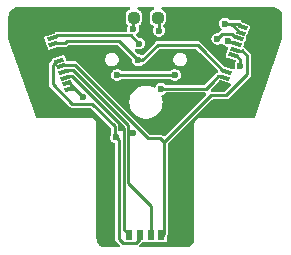
<source format=gbr>
%TF.GenerationSoftware,KiCad,Pcbnew,9.0.0*%
%TF.CreationDate,2025-08-30T20:51:20+01:00*%
%TF.ProjectId,040 055,30343020-3035-4352-9e6b-696361645f70,rev?*%
%TF.SameCoordinates,Original*%
%TF.FileFunction,Copper,L1,Top*%
%TF.FilePolarity,Positive*%
%FSLAX46Y46*%
G04 Gerber Fmt 4.6, Leading zero omitted, Abs format (unit mm)*
G04 Created by KiCad (PCBNEW 9.0.0) date 2025-08-30 20:51:20*
%MOMM*%
%LPD*%
G01*
G04 APERTURE LIST*
G04 Aperture macros list*
%AMRoundRect*
0 Rectangle with rounded corners*
0 $1 Rounding radius*
0 $2 $3 $4 $5 $6 $7 $8 $9 X,Y pos of 4 corners*
0 Add a 4 corners polygon primitive as box body*
4,1,4,$2,$3,$4,$5,$6,$7,$8,$9,$2,$3,0*
0 Add four circle primitives for the rounded corners*
1,1,$1+$1,$2,$3*
1,1,$1+$1,$4,$5*
1,1,$1+$1,$6,$7*
1,1,$1+$1,$8,$9*
0 Add four rect primitives between the rounded corners*
20,1,$1+$1,$2,$3,$4,$5,0*
20,1,$1+$1,$4,$5,$6,$7,0*
20,1,$1+$1,$6,$7,$8,$9,0*
20,1,$1+$1,$8,$9,$2,$3,0*%
%AMRotRect*
0 Rectangle, with rotation*
0 The origin of the aperture is its center*
0 $1 length*
0 $2 width*
0 $3 Rotation angle, in degrees counterclockwise*
0 Add horizontal line*
21,1,$1,$2,0,0,$3*%
G04 Aperture macros list end*
%TA.AperFunction,SMDPad,CuDef*%
%ADD10RoundRect,0.237500X0.250000X0.237500X-0.250000X0.237500X-0.250000X-0.237500X0.250000X-0.237500X0*%
%TD*%
%TA.AperFunction,SMDPad,CuDef*%
%ADD11R,0.600000X0.850000*%
%TD*%
%TA.AperFunction,SMDPad,CuDef*%
%ADD12RotRect,0.355600X0.762000X289.000000*%
%TD*%
%TA.AperFunction,SMDPad,CuDef*%
%ADD13RotRect,0.355600X1.041400X289.000000*%
%TD*%
%TA.AperFunction,SMDPad,CuDef*%
%ADD14RotRect,0.355600X0.762000X71.000000*%
%TD*%
%TA.AperFunction,SMDPad,CuDef*%
%ADD15RotRect,0.355600X1.041400X71.000000*%
%TD*%
%TA.AperFunction,ComponentPad*%
%ADD16O,1.000000X1.600000*%
%TD*%
%TA.AperFunction,ComponentPad*%
%ADD17O,1.000000X2.100000*%
%TD*%
%TA.AperFunction,ViaPad*%
%ADD18C,0.600000*%
%TD*%
%TA.AperFunction,Conductor*%
%ADD19C,0.250000*%
%TD*%
G04 APERTURE END LIST*
D10*
%TO.P,R2,1*%
%TO.N,GND*%
X141425000Y-66100000D03*
%TO.P,R2,2*%
%TO.N,Net-(J1-PadB5)*%
X139600000Y-66100000D03*
%TD*%
D11*
%TO.P,D1,1*%
%TO.N,Net-(D1-Pad1)*%
X137200000Y-84500000D03*
%TO.P,D1,2*%
%TO.N,Net-(D1-Pad2)*%
X138100000Y-84500000D03*
%TO.P,D1,3*%
%TO.N,Net-(D1-Pad3)*%
X139000000Y-84500000D03*
%TO.P,D1,4*%
%TO.N,Net-(D1-Pad4)*%
X139900000Y-84500000D03*
%TD*%
D12*
%TO.P,J2,1*%
%TO.N,GND*%
X130276180Y-66910365D03*
%TO.P,J2,2*%
X130438964Y-67383123D03*
%TO.P,J2,3*%
%TO.N,Net-(J2-Pad3)*%
X130601749Y-67855884D03*
%TO.P,J2,4*%
%TO.N,Net-(J2-Pad4)*%
X130764531Y-68328643D03*
%TO.P,J2,5*%
%TO.N,GND*%
X130927316Y-68801401D03*
%TO.P,J2,6*%
X131090101Y-69274161D03*
%TO.P,J2,7*%
%TO.N,Net-(D1-Pad2)*%
X131252885Y-69746920D03*
%TO.P,J2,8*%
%TO.N,Net-(D1-Pad4)*%
X131415669Y-70219681D03*
%TO.P,J2,9*%
%TO.N,Net-(D1-Pad3)*%
X131578453Y-70692439D03*
%TO.P,J2,10*%
%TO.N,Net-(D1-Pad1)*%
X131741238Y-71165197D03*
%TO.P,J2,11*%
%TO.N,/vcc*%
X131904021Y-71637959D03*
%TO.P,J2,12*%
X132066805Y-72110717D03*
D13*
%TO.P,J2,13*%
%TO.N,GND*%
X127513357Y-67026160D03*
%TO.P,J2,14*%
X129818380Y-73720433D03*
%TD*%
D14*
%TO.P,J3,1*%
%TO.N,GND*%
X144983195Y-72110717D03*
%TO.P,J3,2*%
X145145979Y-71637959D03*
%TO.P,J3,3*%
%TO.N,Net-(J3-Pad3)*%
X145308762Y-71165197D03*
%TO.P,J3,4*%
%TO.N,Net-(J3-Pad4)*%
X145471547Y-70692439D03*
%TO.P,J3,5*%
%TO.N,GND*%
X145634331Y-70219681D03*
%TO.P,J3,6*%
X145797115Y-69746920D03*
%TO.P,J3,7*%
%TO.N,Net-(D1-Pad2)*%
X145959899Y-69274161D03*
%TO.P,J3,8*%
%TO.N,Net-(D1-Pad4)*%
X146122684Y-68801401D03*
%TO.P,J3,9*%
%TO.N,Net-(D1-Pad3)*%
X146285469Y-68328643D03*
%TO.P,J3,10*%
%TO.N,Net-(D1-Pad1)*%
X146448251Y-67855884D03*
%TO.P,J3,11*%
%TO.N,/vcc*%
X146611036Y-67383123D03*
%TO.P,J3,12*%
X146773820Y-66910365D03*
D15*
%TO.P,J3,13*%
%TO.N,GND*%
X147231620Y-73720433D03*
%TO.P,J3,14*%
X149536643Y-67026160D03*
%TD*%
D10*
%TO.P,R1,1*%
%TO.N,Net-(J1-PadA5)*%
X137575000Y-66100000D03*
%TO.P,R1,2*%
%TO.N,GND*%
X135750000Y-66100000D03*
%TD*%
D16*
%TO.P,J1,S1*%
%TO.N,GND*%
X134280000Y-66000000D03*
D17*
X134280000Y-70180000D03*
D16*
X142920000Y-66000000D03*
D17*
X142920000Y-70180000D03*
%TD*%
D18*
%TO.N,/vcc*%
X141050000Y-70945000D03*
X145300000Y-66600000D03*
X133243162Y-72806838D03*
X136150000Y-70945000D03*
%TO.N,Net-(J1-PadA5)*%
X137500000Y-67050000D03*
%TO.N,/d-*%
X137925000Y-69700000D03*
%TO.N,/d+*%
X138000000Y-68287700D03*
X139887422Y-72114407D03*
%TO.N,Net-(J1-PadB5)*%
X139700000Y-67200000D03*
%TO.N,Net-(D1-Pad1)*%
X144650000Y-67900000D03*
X136512550Y-75437450D03*
%TO.N,Net-(D1-Pad2)*%
X146600001Y-70150000D03*
X136062138Y-76237862D03*
%TO.N,Net-(D1-Pad3)*%
X145550000Y-68050000D03*
X137495399Y-75854601D03*
%TD*%
D19*
%TO.N,/vcc*%
X145300000Y-66600000D02*
X145700000Y-66600000D01*
X146611036Y-67383123D02*
X145827913Y-66600000D01*
X141050000Y-70945000D02*
X136150000Y-70945000D01*
X132848015Y-72351985D02*
X132606747Y-72110717D01*
X132133989Y-71637959D02*
X132848015Y-72351985D01*
X132606747Y-72110717D02*
X132066805Y-72110717D01*
X131904021Y-71637959D02*
X132133989Y-71637959D01*
X146463455Y-66600000D02*
X146773820Y-66910365D01*
X145300000Y-66600000D02*
X145300000Y-66600000D01*
X145700000Y-66600000D02*
X146463455Y-66600000D01*
X132848015Y-72351985D02*
X132848015Y-72411691D01*
X145827913Y-66600000D02*
X145700000Y-66600000D01*
X132848015Y-72411691D02*
X133243162Y-72806838D01*
%TO.N,Net-(J1-PadA5)*%
X137500000Y-67050000D02*
X137500000Y-66175000D01*
X137500000Y-66175000D02*
X137575000Y-66100000D01*
%TO.N,/d-*%
X139600000Y-68400000D02*
X141500000Y-68400000D01*
X138300000Y-69700000D02*
X139600000Y-68400000D01*
X137825000Y-69700000D02*
X138300000Y-69700000D01*
%TO.N,/d+*%
X134050000Y-67600000D02*
X137312300Y-67600000D01*
X137312300Y-67600000D02*
X138000000Y-68287700D01*
%TO.N,Net-(J1-PadB5)*%
X139700000Y-67200000D02*
X139700000Y-66200000D01*
X139700000Y-66200000D02*
X139600000Y-66100000D01*
X139700000Y-67200000D02*
X139700000Y-67200000D01*
%TO.N,Net-(D1-Pad1)*%
X132320292Y-71070794D02*
X136699990Y-75450492D01*
X136699990Y-75450492D02*
X136525592Y-75450492D01*
X145075001Y-67474999D02*
X144650000Y-67900000D01*
X145926789Y-67550000D02*
X145851788Y-67474999D01*
X145926789Y-67550000D02*
X146138267Y-67761478D01*
X136525592Y-75450492D02*
X136512550Y-75437450D01*
X136699990Y-75450492D02*
X136699990Y-83999990D01*
X145851788Y-67474999D02*
X145075001Y-67474999D01*
X132051222Y-71070794D02*
X132320292Y-71070794D01*
X136699990Y-83999990D02*
X137200000Y-84500000D01*
%TO.N,Net-(D1-Pad2)*%
X136062138Y-76237862D02*
X136299980Y-76475703D01*
X135937549Y-76113273D02*
X136062138Y-76237862D01*
X136299980Y-84819982D02*
X136679999Y-85200001D01*
X146600001Y-69698682D02*
X146269885Y-69368566D01*
X136679999Y-85200001D02*
X137720001Y-85200001D01*
X134065639Y-73381839D02*
X135937549Y-75253749D01*
X135937549Y-75253749D02*
X135937549Y-76113273D01*
X136299980Y-76475703D02*
X136224990Y-76475703D01*
X130722530Y-71749878D02*
X132354491Y-73381839D01*
X132354491Y-73381839D02*
X134065639Y-73381839D01*
X138100000Y-84820002D02*
X138100000Y-84500000D01*
X146600001Y-70150000D02*
X146600001Y-69698682D01*
X136299980Y-76475703D02*
X136299980Y-84819982D01*
X130942900Y-69841326D02*
X130722530Y-70061696D01*
X130722530Y-70061696D02*
X130722530Y-71749878D01*
X137720001Y-85200001D02*
X138100000Y-84820002D01*
%TO.N,Net-(D1-Pad3)*%
X137100000Y-75211727D02*
X132388273Y-70500000D01*
X139000000Y-82030259D02*
X139000000Y-84500000D01*
X137100000Y-80130259D02*
X139000000Y-82030259D01*
X145650000Y-68150000D02*
X145891243Y-68150000D01*
X137100000Y-80130259D02*
X137100000Y-75800000D01*
X137100000Y-75661584D02*
X137100000Y-75900000D01*
X137100000Y-75211727D02*
X137100000Y-75661584D01*
X145891243Y-68150000D02*
X145975479Y-68234236D01*
X137100000Y-75800000D02*
X137100000Y-75211727D01*
X131986474Y-70500000D02*
X131888442Y-70598032D01*
X132388273Y-70500000D02*
X131986474Y-70500000D01*
X145550000Y-68050000D02*
X145650000Y-68150000D01*
X137440798Y-75800000D02*
X137495399Y-75854601D01*
X137100000Y-75800000D02*
X137440798Y-75800000D01*
%TO.N,Net-(D1-Pad4)*%
X138776986Y-76323014D02*
X139774868Y-76323014D01*
X140000000Y-84500000D02*
X140100927Y-84399073D01*
X140100927Y-84299073D02*
X139900000Y-84500000D01*
X139774868Y-76323014D02*
X140100927Y-76649073D01*
X144072118Y-72677882D02*
X145399466Y-72677882D01*
X147175001Y-70902347D02*
X147175001Y-69321999D01*
X140100927Y-77646956D02*
X140100927Y-84299073D01*
X131750929Y-70100000D02*
X131725655Y-70125274D01*
X132553971Y-70100000D02*
X138776986Y-76323014D01*
X145399466Y-72677882D02*
X147175001Y-70902347D01*
X132553971Y-70100000D02*
X131750929Y-70100000D01*
X146701739Y-68895808D02*
X146432670Y-68895808D01*
X147175001Y-69321999D02*
X146725275Y-68872272D01*
X140100927Y-76649073D02*
X144072118Y-72677882D01*
X140100927Y-77646956D02*
X140100927Y-76649073D01*
X146725275Y-68872272D02*
X146701739Y-68895808D01*
%TO.N,Net-(J2-Pad4)*%
X131074521Y-68234236D02*
X131715764Y-68234236D01*
X131715764Y-68234236D02*
X131900000Y-68050000D01*
X131900000Y-68050000D02*
X136300000Y-68050000D01*
X136300000Y-68050000D02*
X137900000Y-69650000D01*
%TO.N,Net-(J2-Pad3)*%
X131073211Y-67600000D02*
X130911733Y-67761478D01*
X132225000Y-67600000D02*
X131073211Y-67600000D01*
X132225000Y-67600000D02*
X134050000Y-67600000D01*
%TO.N,Net-(J3-Pad3)*%
X144294990Y-71505010D02*
X143700000Y-72100000D01*
X144729708Y-71070794D02*
X144295492Y-71505010D01*
X144295492Y-71505010D02*
X144294990Y-71505010D01*
X144998778Y-71070794D02*
X144729708Y-71070794D01*
X143700000Y-72100000D02*
X139900000Y-72100000D01*
%TO.N,Net-(J3-Pad4)*%
X142963526Y-68400000D02*
X143418516Y-68854990D01*
X141425000Y-68400000D02*
X142963526Y-68400000D01*
X143418516Y-68854990D02*
X145161558Y-70598032D01*
%TD*%
%TA.AperFunction,Conductor*%
%TO.N,GND*%
G36*
X137227964Y-65220185D02*
G01*
X137273719Y-65272989D01*
X137283663Y-65342147D01*
X137254638Y-65405703D01*
X137201880Y-65441541D01*
X137118024Y-65470883D01*
X137118023Y-65470884D01*
X137011789Y-65549288D01*
X137011788Y-65549289D01*
X136933384Y-65655523D01*
X136889774Y-65780150D01*
X136887000Y-65809739D01*
X136887000Y-66390260D01*
X136889774Y-66419849D01*
X136933384Y-66544476D01*
X136938358Y-66551215D01*
X137011789Y-66650711D01*
X137020829Y-66657382D01*
X137063080Y-66713027D01*
X137068540Y-66782683D01*
X137059991Y-66808664D01*
X137014835Y-66907541D01*
X137014834Y-66907542D01*
X136994353Y-67050000D01*
X137006265Y-67132854D01*
X136996321Y-67202012D01*
X136950566Y-67254816D01*
X136883527Y-67274500D01*
X131030358Y-67274500D01*
X130947573Y-67296682D01*
X130947570Y-67296683D01*
X130876049Y-67337976D01*
X130876048Y-67337977D01*
X130873346Y-67339536D01*
X130858919Y-67353963D01*
X130811611Y-67383524D01*
X130099674Y-67628664D01*
X130048160Y-67658706D01*
X129999883Y-67722193D01*
X129999883Y-67722194D01*
X129979574Y-67799332D01*
X129979574Y-67799335D01*
X129987614Y-67858418D01*
X130116243Y-68231984D01*
X130116245Y-68231987D01*
X130130759Y-68256876D01*
X130146510Y-68302620D01*
X130150395Y-68331165D01*
X130150398Y-68331180D01*
X130265163Y-68664483D01*
X130279027Y-68704746D01*
X130309067Y-68756256D01*
X130309068Y-68756257D01*
X130372555Y-68804534D01*
X130372557Y-68804534D01*
X130372559Y-68804536D01*
X130449695Y-68824844D01*
X130508779Y-68816803D01*
X131235737Y-68566491D01*
X131276106Y-68559736D01*
X131758615Y-68559736D01*
X131758617Y-68559736D01*
X131841403Y-68537554D01*
X131915626Y-68494701D01*
X131998508Y-68411819D01*
X132059831Y-68378334D01*
X132086189Y-68375500D01*
X136113811Y-68375500D01*
X136180850Y-68395185D01*
X136201492Y-68411819D01*
X137384302Y-69594628D01*
X137417787Y-69655951D01*
X137419045Y-69691132D01*
X137419353Y-69691132D01*
X137419353Y-69699752D01*
X137419360Y-69699948D01*
X137419353Y-69699996D01*
X137419353Y-69699999D01*
X137439834Y-69842456D01*
X137493728Y-69960465D01*
X137499623Y-69973373D01*
X137593872Y-70082143D01*
X137714947Y-70159953D01*
X137714950Y-70159954D01*
X137714949Y-70159954D01*
X137853036Y-70200499D01*
X137853038Y-70200500D01*
X137853039Y-70200500D01*
X137996962Y-70200500D01*
X137996962Y-70200499D01*
X138135053Y-70159953D01*
X138256128Y-70082143D01*
X138269524Y-70066682D01*
X138328300Y-70028909D01*
X138336949Y-70027081D01*
X138342850Y-70025500D01*
X138342853Y-70025500D01*
X138425639Y-70003318D01*
X138499862Y-69960465D01*
X138886092Y-69574234D01*
X140914500Y-69574234D01*
X140914500Y-69725766D01*
X140924102Y-69761602D01*
X140953719Y-69872136D01*
X140956312Y-69876627D01*
X141029485Y-70003365D01*
X141136635Y-70110515D01*
X141267865Y-70186281D01*
X141414234Y-70225500D01*
X141414236Y-70225500D01*
X141565764Y-70225500D01*
X141565766Y-70225500D01*
X141712135Y-70186281D01*
X141843365Y-70110515D01*
X141950515Y-70003365D01*
X142026281Y-69872135D01*
X142065500Y-69725766D01*
X142065500Y-69574234D01*
X142026281Y-69427865D01*
X141950515Y-69296635D01*
X141843365Y-69189485D01*
X141726721Y-69122140D01*
X141712136Y-69113719D01*
X141638950Y-69094109D01*
X141565766Y-69074500D01*
X141414234Y-69074500D01*
X141267863Y-69113719D01*
X141136635Y-69189485D01*
X141136632Y-69189487D01*
X141029487Y-69296632D01*
X141029485Y-69296635D01*
X140953719Y-69427863D01*
X140914500Y-69574234D01*
X138886092Y-69574234D01*
X139698507Y-68761818D01*
X139759830Y-68728334D01*
X139786188Y-68725500D01*
X141382147Y-68725500D01*
X142777337Y-68725500D01*
X142844376Y-68745185D01*
X142865018Y-68761819D01*
X143158051Y-69054852D01*
X143993119Y-69889920D01*
X144662467Y-70559267D01*
X144695952Y-70620590D01*
X144690968Y-70690282D01*
X144649096Y-70746215D01*
X144606885Y-70766721D01*
X144605959Y-70766969D01*
X144604067Y-70767476D01*
X144529846Y-70810329D01*
X144529843Y-70810331D01*
X144103025Y-71237148D01*
X144098937Y-71240734D01*
X143601492Y-71738181D01*
X143540169Y-71771666D01*
X143513811Y-71774500D01*
X140311777Y-71774500D01*
X140244738Y-71754815D01*
X140225324Y-71737993D01*
X140225255Y-71738073D01*
X140218553Y-71732266D01*
X140179277Y-71707025D01*
X140097475Y-71654454D01*
X140097473Y-71654453D01*
X140097471Y-71654452D01*
X140097472Y-71654452D01*
X139959385Y-71613907D01*
X139959383Y-71613907D01*
X139815461Y-71613907D01*
X139815458Y-71613907D01*
X139677371Y-71654452D01*
X139556295Y-71732263D01*
X139462045Y-71841033D01*
X139413514Y-71947300D01*
X139367758Y-72000103D01*
X139300719Y-72019787D01*
X139241703Y-72004842D01*
X139164509Y-71963067D01*
X139164506Y-71963066D01*
X139164503Y-71963064D01*
X139164497Y-71963062D01*
X139164495Y-71963061D01*
X138944984Y-71887702D01*
X138773282Y-71859050D01*
X138716049Y-71849500D01*
X138483951Y-71849500D01*
X138438164Y-71857140D01*
X138255015Y-71887702D01*
X138035504Y-71963061D01*
X138035495Y-71963064D01*
X137831371Y-72073531D01*
X137831365Y-72073535D01*
X137648222Y-72216081D01*
X137648219Y-72216084D01*
X137491016Y-72386852D01*
X137364075Y-72581151D01*
X137270842Y-72793699D01*
X137213866Y-73018691D01*
X137213864Y-73018702D01*
X137194700Y-73249993D01*
X137194700Y-73250006D01*
X137213864Y-73481297D01*
X137213866Y-73481308D01*
X137270842Y-73706300D01*
X137364075Y-73918848D01*
X137491016Y-74113147D01*
X137491019Y-74113151D01*
X137491021Y-74113153D01*
X137648216Y-74283913D01*
X137648219Y-74283915D01*
X137648222Y-74283918D01*
X137831365Y-74426464D01*
X137831371Y-74426468D01*
X137831374Y-74426470D01*
X138035497Y-74536936D01*
X138140804Y-74573088D01*
X138255015Y-74612297D01*
X138255017Y-74612297D01*
X138255019Y-74612298D01*
X138483951Y-74650500D01*
X138483952Y-74650500D01*
X138716048Y-74650500D01*
X138716049Y-74650500D01*
X138944981Y-74612298D01*
X139164503Y-74536936D01*
X139368626Y-74426470D01*
X139551784Y-74283913D01*
X139708979Y-74113153D01*
X139835924Y-73918849D01*
X139929157Y-73706300D01*
X139986134Y-73481305D01*
X140005300Y-73250000D01*
X140005300Y-73249993D01*
X139986135Y-73018702D01*
X139986133Y-73018691D01*
X139929157Y-72793699D01*
X139919747Y-72772247D01*
X139910844Y-72702947D01*
X139940821Y-72639835D01*
X139998369Y-72603460D01*
X140097472Y-72574361D01*
X140097472Y-72574360D01*
X140097475Y-72574360D01*
X140218550Y-72496550D01*
X140243031Y-72468296D01*
X140301810Y-72430523D01*
X140336744Y-72425500D01*
X143564811Y-72425500D01*
X143631850Y-72445185D01*
X143677605Y-72497989D01*
X143687549Y-72567147D01*
X143658524Y-72630703D01*
X143652492Y-72637181D01*
X140188608Y-76101065D01*
X140127285Y-76134550D01*
X140057593Y-76129566D01*
X140013246Y-76101065D01*
X139974732Y-76062551D01*
X139974730Y-76062549D01*
X139937618Y-76041122D01*
X139900508Y-76019696D01*
X139859114Y-76008605D01*
X139817721Y-75997514D01*
X139817720Y-75997514D01*
X138963174Y-75997514D01*
X138896135Y-75977829D01*
X138875493Y-75961195D01*
X133859298Y-70945000D01*
X135644353Y-70945000D01*
X135664834Y-71087456D01*
X135724622Y-71218371D01*
X135724623Y-71218373D01*
X135818872Y-71327143D01*
X135939947Y-71404953D01*
X135939950Y-71404954D01*
X135939949Y-71404954D01*
X136078036Y-71445499D01*
X136078038Y-71445500D01*
X136078039Y-71445500D01*
X136221962Y-71445500D01*
X136221962Y-71445499D01*
X136360053Y-71404953D01*
X136481128Y-71327143D01*
X136493126Y-71313296D01*
X136551903Y-71275523D01*
X136586838Y-71270500D01*
X140613162Y-71270500D01*
X140680201Y-71290185D01*
X140706872Y-71313295D01*
X140718872Y-71327143D01*
X140839947Y-71404953D01*
X140839950Y-71404954D01*
X140839949Y-71404954D01*
X140978036Y-71445499D01*
X140978038Y-71445500D01*
X140978039Y-71445500D01*
X141121962Y-71445500D01*
X141121962Y-71445499D01*
X141260053Y-71404953D01*
X141381128Y-71327143D01*
X141475377Y-71218373D01*
X141535165Y-71087457D01*
X141555647Y-70945000D01*
X141535165Y-70802543D01*
X141475377Y-70671627D01*
X141381128Y-70562857D01*
X141260053Y-70485047D01*
X141260051Y-70485046D01*
X141260049Y-70485045D01*
X141260050Y-70485045D01*
X141121963Y-70444500D01*
X141121961Y-70444500D01*
X140978039Y-70444500D01*
X140978036Y-70444500D01*
X140839949Y-70485045D01*
X140718873Y-70562856D01*
X140718872Y-70562856D01*
X140718872Y-70562857D01*
X140706873Y-70576703D01*
X140648097Y-70614477D01*
X140613162Y-70619500D01*
X136586838Y-70619500D01*
X136519799Y-70599815D01*
X136493127Y-70576704D01*
X136481128Y-70562857D01*
X136360053Y-70485047D01*
X136360051Y-70485046D01*
X136360049Y-70485045D01*
X136360050Y-70485045D01*
X136221963Y-70444500D01*
X136221961Y-70444500D01*
X136078039Y-70444500D01*
X136078036Y-70444500D01*
X135939949Y-70485045D01*
X135818873Y-70562856D01*
X135818872Y-70562856D01*
X135818872Y-70562857D01*
X135806874Y-70576703D01*
X135724623Y-70671626D01*
X135724622Y-70671628D01*
X135664834Y-70802543D01*
X135644353Y-70945000D01*
X133859298Y-70945000D01*
X132753835Y-69839537D01*
X132753833Y-69839535D01*
X132716721Y-69818108D01*
X132679611Y-69796682D01*
X132638217Y-69785591D01*
X132596824Y-69774500D01*
X132596823Y-69774500D01*
X131965836Y-69774500D01*
X131898797Y-69754815D01*
X131853042Y-69702011D01*
X131848592Y-69690870D01*
X131808431Y-69574234D01*
X135134500Y-69574234D01*
X135134500Y-69725766D01*
X135144102Y-69761602D01*
X135173719Y-69872136D01*
X135176312Y-69876627D01*
X135249485Y-70003365D01*
X135356635Y-70110515D01*
X135487865Y-70186281D01*
X135634234Y-70225500D01*
X135634236Y-70225500D01*
X135785764Y-70225500D01*
X135785766Y-70225500D01*
X135932135Y-70186281D01*
X136063365Y-70110515D01*
X136170515Y-70003365D01*
X136246281Y-69872135D01*
X136285500Y-69725766D01*
X136285500Y-69574234D01*
X136246281Y-69427865D01*
X136170515Y-69296635D01*
X136063365Y-69189485D01*
X135946721Y-69122140D01*
X135932136Y-69113719D01*
X135858950Y-69094109D01*
X135785766Y-69074500D01*
X135634234Y-69074500D01*
X135487863Y-69113719D01*
X135356635Y-69189485D01*
X135356632Y-69189487D01*
X135249487Y-69296632D01*
X135249485Y-69296635D01*
X135173719Y-69427863D01*
X135134500Y-69574234D01*
X131808431Y-69574234D01*
X131768003Y-69456824D01*
X131738389Y-69370817D01*
X131708349Y-69319307D01*
X131708347Y-69319305D01*
X131644860Y-69271028D01*
X131644857Y-69271027D01*
X131567721Y-69250719D01*
X131567719Y-69250719D01*
X131508634Y-69258759D01*
X130750812Y-69519699D01*
X130750809Y-69519700D01*
X130750808Y-69519701D01*
X130716468Y-69539727D01*
X130699296Y-69549742D01*
X130651019Y-69613229D01*
X130651019Y-69613230D01*
X130651018Y-69613232D01*
X130651018Y-69613233D01*
X130639772Y-69655951D01*
X130638236Y-69661784D01*
X130606004Y-69717894D01*
X130462064Y-69861834D01*
X130419212Y-69936055D01*
X130412673Y-69960462D01*
X130408643Y-69975501D01*
X130408643Y-69975502D01*
X130408642Y-69975501D01*
X130397030Y-70018839D01*
X130397030Y-71792730D01*
X130419212Y-71875518D01*
X130426247Y-71887702D01*
X130462065Y-71949740D01*
X132094025Y-73581700D01*
X132094026Y-73581701D01*
X132154629Y-73642304D01*
X132154631Y-73642305D01*
X132154635Y-73642308D01*
X132228846Y-73685153D01*
X132228853Y-73685157D01*
X132311638Y-73707339D01*
X133879450Y-73707339D01*
X133946489Y-73727024D01*
X133967131Y-73743658D01*
X135575730Y-75352256D01*
X135609215Y-75413579D01*
X135612049Y-75439937D01*
X135612049Y-75991625D01*
X135600843Y-76043136D01*
X135576973Y-76095403D01*
X135576972Y-76095404D01*
X135556491Y-76237862D01*
X135576972Y-76380318D01*
X135622086Y-76479101D01*
X135636761Y-76511235D01*
X135731010Y-76620005D01*
X135852085Y-76697815D01*
X135885414Y-76707601D01*
X135944192Y-76745374D01*
X135973218Y-76808929D01*
X135974480Y-76826578D01*
X135974480Y-84862834D01*
X135996662Y-84945622D01*
X136018088Y-84982732D01*
X136039515Y-85019844D01*
X136039517Y-85019846D01*
X136357490Y-85337819D01*
X136390975Y-85399142D01*
X136385991Y-85468834D01*
X136344119Y-85524767D01*
X136278655Y-85549184D01*
X136269809Y-85549500D01*
X135206092Y-85549500D01*
X135193938Y-85548903D01*
X135056180Y-85535335D01*
X135032340Y-85530593D01*
X134905728Y-85492186D01*
X134883271Y-85482883D01*
X134766593Y-85420517D01*
X134746381Y-85407012D01*
X134644108Y-85323079D01*
X134626920Y-85305891D01*
X134542986Y-85203616D01*
X134529482Y-85183406D01*
X134467114Y-85066725D01*
X134457815Y-85044277D01*
X134419404Y-84917652D01*
X134414665Y-84893824D01*
X134401097Y-84756060D01*
X134400500Y-84743907D01*
X134400500Y-75043608D01*
X134400499Y-75043600D01*
X134375403Y-74933649D01*
X134326467Y-74832033D01*
X134326466Y-74832030D01*
X134285538Y-74780710D01*
X134256146Y-74743854D01*
X134226753Y-74720413D01*
X134167969Y-74673533D01*
X134167966Y-74673532D01*
X134066350Y-74624596D01*
X133956399Y-74599500D01*
X133956393Y-74599500D01*
X133900000Y-74599500D01*
X133860118Y-74599500D01*
X133845684Y-74599500D01*
X133845676Y-74599501D01*
X129380700Y-74599501D01*
X129313661Y-74579816D01*
X129267906Y-74527012D01*
X129263582Y-74516238D01*
X126957382Y-67885909D01*
X126950500Y-67845172D01*
X126950500Y-66006092D01*
X126951097Y-65993939D01*
X126959805Y-65905519D01*
X126964665Y-65856173D01*
X126969403Y-65832349D01*
X127007816Y-65705719D01*
X127017113Y-65683278D01*
X127079485Y-65566587D01*
X127092982Y-65546387D01*
X127176924Y-65444103D01*
X127194103Y-65426924D01*
X127296387Y-65342982D01*
X127316587Y-65329485D01*
X127433278Y-65267113D01*
X127455719Y-65257816D01*
X127582349Y-65219403D01*
X127606173Y-65214665D01*
X127735170Y-65201960D01*
X127743939Y-65201097D01*
X127756092Y-65200500D01*
X127789882Y-65200500D01*
X137160925Y-65200500D01*
X137227964Y-65220185D01*
G37*
%TD.AperFunction*%
%TA.AperFunction,Conductor*%
G36*
X139252964Y-65220185D02*
G01*
X139298719Y-65272989D01*
X139308663Y-65342147D01*
X139279638Y-65405703D01*
X139226880Y-65441541D01*
X139143024Y-65470883D01*
X139143023Y-65470884D01*
X139036789Y-65549288D01*
X139036788Y-65549289D01*
X138958384Y-65655523D01*
X138914774Y-65780150D01*
X138912000Y-65809739D01*
X138912000Y-66390260D01*
X138914774Y-66419849D01*
X138958384Y-66544476D01*
X139036788Y-66650710D01*
X139036789Y-66650711D01*
X139143023Y-66729115D01*
X139143022Y-66729115D01*
X139205953Y-66751136D01*
X139262728Y-66791858D01*
X139288475Y-66856811D01*
X139277791Y-66919689D01*
X139214834Y-67057543D01*
X139194353Y-67200000D01*
X139214834Y-67342456D01*
X139274622Y-67473371D01*
X139274623Y-67473373D01*
X139368872Y-67582143D01*
X139489947Y-67659953D01*
X139489950Y-67659954D01*
X139489949Y-67659954D01*
X139628036Y-67700499D01*
X139628038Y-67700500D01*
X139628039Y-67700500D01*
X139771962Y-67700500D01*
X139771962Y-67700499D01*
X139910053Y-67659953D01*
X140031128Y-67582143D01*
X140125377Y-67473373D01*
X140185165Y-67342457D01*
X140205647Y-67200000D01*
X140185165Y-67057543D01*
X140125377Y-66926627D01*
X140125375Y-66926625D01*
X140125374Y-66926622D01*
X140082123Y-66876708D01*
X140053098Y-66813153D01*
X140063042Y-66743994D01*
X140102199Y-66695738D01*
X140163211Y-66650711D01*
X140241616Y-66544475D01*
X140285225Y-66419849D01*
X140288000Y-66390256D01*
X140288000Y-65809744D01*
X140285225Y-65780151D01*
X140241616Y-65655525D01*
X140163211Y-65549289D01*
X140159271Y-65546381D01*
X140056976Y-65470884D01*
X140056975Y-65470883D01*
X139973120Y-65441541D01*
X139916344Y-65400819D01*
X139890597Y-65335866D01*
X139904054Y-65267305D01*
X139952441Y-65216902D01*
X140014075Y-65200500D01*
X149310118Y-65200500D01*
X149343908Y-65200500D01*
X149356061Y-65201097D01*
X149366051Y-65202080D01*
X149493824Y-65214665D01*
X149517652Y-65219404D01*
X149644277Y-65257815D01*
X149666725Y-65267114D01*
X149783406Y-65329482D01*
X149803616Y-65342986D01*
X149874087Y-65400819D01*
X149905891Y-65426920D01*
X149923079Y-65444108D01*
X150007012Y-65546381D01*
X150020517Y-65566593D01*
X150082883Y-65683271D01*
X150092186Y-65705728D01*
X150123737Y-65809739D01*
X150130593Y-65832338D01*
X150135335Y-65856180D01*
X150148903Y-65993938D01*
X150149500Y-66006092D01*
X150149500Y-67845172D01*
X150142618Y-67885909D01*
X147836418Y-74516237D01*
X147795802Y-74573088D01*
X147730897Y-74598956D01*
X147719300Y-74599500D01*
X143143600Y-74599500D01*
X143033649Y-74624596D01*
X142932033Y-74673532D01*
X142932030Y-74673533D01*
X142843854Y-74743854D01*
X142773533Y-74832030D01*
X142773532Y-74832033D01*
X142724596Y-74933649D01*
X142699500Y-75043600D01*
X142699500Y-84743907D01*
X142698903Y-84756061D01*
X142685335Y-84893819D01*
X142680593Y-84917661D01*
X142642186Y-85044271D01*
X142632883Y-85066728D01*
X142570517Y-85183406D01*
X142557012Y-85203618D01*
X142473079Y-85305891D01*
X142455891Y-85323079D01*
X142353618Y-85407012D01*
X142333406Y-85420517D01*
X142216728Y-85482883D01*
X142194271Y-85492186D01*
X142067661Y-85530593D01*
X142043819Y-85535335D01*
X141906062Y-85548903D01*
X141893908Y-85549500D01*
X138130191Y-85549500D01*
X138063152Y-85529815D01*
X138017397Y-85477011D01*
X138007453Y-85407853D01*
X138036478Y-85344297D01*
X138042510Y-85337819D01*
X138218509Y-85161819D01*
X138279832Y-85128334D01*
X138306190Y-85125500D01*
X138419750Y-85125500D01*
X138419751Y-85125499D01*
X138434568Y-85122552D01*
X138478229Y-85113868D01*
X138478231Y-85113867D01*
X138481108Y-85111945D01*
X138488335Y-85109681D01*
X138489513Y-85109194D01*
X138489556Y-85109299D01*
X138547785Y-85091066D01*
X138615165Y-85109550D01*
X138618892Y-85111945D01*
X138621768Y-85113867D01*
X138621770Y-85113868D01*
X138680247Y-85125499D01*
X138680250Y-85125500D01*
X138680252Y-85125500D01*
X139319750Y-85125500D01*
X139319751Y-85125499D01*
X139334568Y-85122552D01*
X139378229Y-85113868D01*
X139378231Y-85113867D01*
X139381108Y-85111945D01*
X139388335Y-85109681D01*
X139389513Y-85109194D01*
X139389556Y-85109299D01*
X139447785Y-85091066D01*
X139515165Y-85109550D01*
X139518892Y-85111945D01*
X139521768Y-85113867D01*
X139521770Y-85113868D01*
X139580247Y-85125499D01*
X139580250Y-85125500D01*
X139580252Y-85125500D01*
X140219750Y-85125500D01*
X140219751Y-85125499D01*
X140234568Y-85122552D01*
X140278229Y-85113868D01*
X140278229Y-85113867D01*
X140278231Y-85113867D01*
X140344552Y-85069552D01*
X140388867Y-85003231D01*
X140388867Y-85003229D01*
X140388868Y-85003229D01*
X140400499Y-84944752D01*
X140400500Y-84944750D01*
X140400500Y-84555010D01*
X140404725Y-84522916D01*
X140421630Y-84459827D01*
X140426427Y-84441926D01*
X140426427Y-84356220D01*
X140426427Y-84350063D01*
X140426428Y-84350048D01*
X140426428Y-84248625D01*
X140426427Y-84248607D01*
X140426427Y-76835262D01*
X140446112Y-76768223D01*
X140462746Y-76747581D01*
X144170626Y-73039701D01*
X144231949Y-73006216D01*
X144258307Y-73003382D01*
X145442317Y-73003382D01*
X145442319Y-73003382D01*
X145525105Y-72981200D01*
X145599328Y-72938347D01*
X147364653Y-71173019D01*
X147364658Y-71173016D01*
X147374861Y-71162812D01*
X147374863Y-71162812D01*
X147435466Y-71102209D01*
X147476284Y-71031510D01*
X147478319Y-71027986D01*
X147500502Y-70945200D01*
X147500502Y-70859494D01*
X147500502Y-70851899D01*
X147500501Y-70851881D01*
X147500501Y-69279148D01*
X147500501Y-69279146D01*
X147487068Y-69229014D01*
X147478319Y-69196360D01*
X147435466Y-69122137D01*
X146925137Y-68611807D01*
X146920197Y-68608955D01*
X146911751Y-68604078D01*
X146863537Y-68553509D01*
X146850317Y-68484902D01*
X146856509Y-68456327D01*
X146899603Y-68331176D01*
X146903489Y-68302619D01*
X146919239Y-68256877D01*
X146933755Y-68231987D01*
X147030770Y-67950233D01*
X147062383Y-67858423D01*
X147062383Y-67858422D01*
X147062385Y-67858417D01*
X147066270Y-67829865D01*
X147082023Y-67784117D01*
X147096540Y-67759226D01*
X147179650Y-67517856D01*
X147225169Y-67385660D01*
X147228228Y-67363181D01*
X147229055Y-67357103D01*
X147244807Y-67311358D01*
X147259324Y-67286468D01*
X147364111Y-66982143D01*
X147387954Y-66912899D01*
X147393333Y-66873371D01*
X147395995Y-66853813D01*
X147375687Y-66776678D01*
X147375685Y-66776675D01*
X147375685Y-66776674D01*
X147327408Y-66713187D01*
X147327407Y-66713186D01*
X147275897Y-66683146D01*
X147275898Y-66683146D01*
X147275894Y-66683144D01*
X146892744Y-66551215D01*
X146845434Y-66521652D01*
X146663319Y-66339537D01*
X146663317Y-66339535D01*
X146626205Y-66318108D01*
X146589095Y-66296682D01*
X146547701Y-66285591D01*
X146506308Y-66274500D01*
X146506307Y-66274500D01*
X145736838Y-66274500D01*
X145669799Y-66254815D01*
X145643127Y-66231704D01*
X145631128Y-66217857D01*
X145510053Y-66140047D01*
X145510051Y-66140046D01*
X145510049Y-66140045D01*
X145510050Y-66140045D01*
X145371963Y-66099500D01*
X145371961Y-66099500D01*
X145228039Y-66099500D01*
X145228036Y-66099500D01*
X145089949Y-66140045D01*
X144968873Y-66217856D01*
X144874623Y-66326626D01*
X144874622Y-66326628D01*
X144814834Y-66457543D01*
X144794353Y-66600000D01*
X144814834Y-66742456D01*
X144874622Y-66873371D01*
X144874625Y-66873377D01*
X144973488Y-66987471D01*
X145002513Y-67051026D01*
X144992569Y-67120185D01*
X144946814Y-67172989D01*
X144941777Y-67176059D01*
X144875142Y-67214532D01*
X144875136Y-67214536D01*
X144726492Y-67363181D01*
X144665169Y-67396666D01*
X144638811Y-67399500D01*
X144578036Y-67399500D01*
X144439949Y-67440045D01*
X144318873Y-67517856D01*
X144224623Y-67626626D01*
X144224622Y-67626628D01*
X144164834Y-67757543D01*
X144144353Y-67900000D01*
X144164834Y-68042456D01*
X144209170Y-68139536D01*
X144224623Y-68173373D01*
X144318872Y-68282143D01*
X144439947Y-68359953D01*
X144439950Y-68359954D01*
X144439949Y-68359954D01*
X144578036Y-68400499D01*
X144578038Y-68400500D01*
X144578039Y-68400500D01*
X144721962Y-68400500D01*
X144721962Y-68400499D01*
X144860050Y-68359954D01*
X144860051Y-68359954D01*
X144860053Y-68359953D01*
X144959960Y-68295746D01*
X145026999Y-68276062D01*
X145094038Y-68295746D01*
X145120712Y-68318859D01*
X145124622Y-68323372D01*
X145124623Y-68323373D01*
X145218872Y-68432143D01*
X145339947Y-68509953D01*
X145339950Y-68509954D01*
X145339949Y-68509954D01*
X145458833Y-68544861D01*
X145517611Y-68582635D01*
X145546637Y-68646190D01*
X145541144Y-68704207D01*
X145508549Y-68798871D01*
X145504663Y-68827421D01*
X145488914Y-68873159D01*
X145474395Y-68898056D01*
X145474394Y-68898059D01*
X145345764Y-69271626D01*
X145337724Y-69330709D01*
X145337724Y-69330712D01*
X145358033Y-69407850D01*
X145358033Y-69407851D01*
X145406310Y-69471338D01*
X145406312Y-69471340D01*
X145457822Y-69501380D01*
X146096128Y-69721165D01*
X146153107Y-69761602D01*
X146179178Y-69826426D01*
X146168552Y-69889920D01*
X146114836Y-70007541D01*
X146114835Y-70007542D01*
X146094354Y-70150000D01*
X146114835Y-70292457D01*
X146117334Y-70300964D01*
X146116072Y-70301334D01*
X146124721Y-70361489D01*
X146095695Y-70425044D01*
X146036916Y-70462818D01*
X145967046Y-70462817D01*
X145961613Y-70461084D01*
X145261677Y-70220077D01*
X145214366Y-70190514D01*
X143618378Y-68594525D01*
X143163390Y-68139537D01*
X143163388Y-68139535D01*
X143126276Y-68118108D01*
X143089166Y-68096682D01*
X143047772Y-68085591D01*
X143006379Y-68074500D01*
X143006378Y-68074500D01*
X139650465Y-68074500D01*
X139650449Y-68074499D01*
X139642853Y-68074499D01*
X139557147Y-68074499D01*
X139524033Y-68083372D01*
X139474359Y-68096682D01*
X139474358Y-68096683D01*
X139400141Y-68139532D01*
X139400136Y-68139536D01*
X139339533Y-68200140D01*
X138305897Y-69233775D01*
X138244574Y-69267260D01*
X138174882Y-69262276D01*
X138151182Y-69250412D01*
X138135053Y-69240047D01*
X138135052Y-69240046D01*
X138135048Y-69240044D01*
X137996963Y-69199500D01*
X137996961Y-69199500D01*
X137961188Y-69199500D01*
X137894149Y-69179815D01*
X137873507Y-69163181D01*
X137663518Y-68953191D01*
X137630033Y-68891868D01*
X137635017Y-68822176D01*
X137676889Y-68766243D01*
X137742353Y-68741826D01*
X137786134Y-68746533D01*
X137789945Y-68747652D01*
X137789947Y-68747653D01*
X137869251Y-68770938D01*
X137928038Y-68788200D01*
X137928039Y-68788200D01*
X138071962Y-68788200D01*
X138071962Y-68788199D01*
X138210053Y-68747653D01*
X138331128Y-68669843D01*
X138425377Y-68561073D01*
X138485165Y-68430157D01*
X138505647Y-68287700D01*
X138485165Y-68145243D01*
X138425377Y-68014327D01*
X138331128Y-67905557D01*
X138210053Y-67827747D01*
X138210051Y-67827746D01*
X138210049Y-67827745D01*
X138210050Y-67827745D01*
X138071963Y-67787200D01*
X138071961Y-67787200D01*
X138011188Y-67787200D01*
X137944149Y-67767515D01*
X137923507Y-67750881D01*
X137831331Y-67658705D01*
X137802132Y-67629505D01*
X137768648Y-67568184D01*
X137773632Y-67498492D01*
X137815504Y-67442559D01*
X137822748Y-67437527D01*
X137831128Y-67432143D01*
X137925377Y-67323373D01*
X137985165Y-67192457D01*
X138005647Y-67050000D01*
X137985165Y-66907543D01*
X137977240Y-66890191D01*
X137967298Y-66821035D01*
X137996323Y-66757479D01*
X138024711Y-66734921D01*
X138024499Y-66734634D01*
X138077205Y-66695735D01*
X138138211Y-66650711D01*
X138216616Y-66544475D01*
X138260225Y-66419849D01*
X138263000Y-66390256D01*
X138263000Y-65809744D01*
X138260225Y-65780151D01*
X138216616Y-65655525D01*
X138138211Y-65549289D01*
X138134271Y-65546381D01*
X138031976Y-65470884D01*
X138031975Y-65470883D01*
X137948120Y-65441541D01*
X137891344Y-65400819D01*
X137865597Y-65335866D01*
X137879054Y-65267305D01*
X137927441Y-65216902D01*
X137989075Y-65200500D01*
X139185925Y-65200500D01*
X139252964Y-65220185D01*
G37*
%TD.AperFunction*%
%TA.AperFunction,Conductor*%
G36*
X144925864Y-71433452D02*
G01*
X145564513Y-71653357D01*
X145578101Y-71655206D01*
X145623598Y-71661398D01*
X145630624Y-71659548D01*
X145700464Y-71661512D01*
X145758157Y-71700924D01*
X145785384Y-71765271D01*
X145773499Y-71834123D01*
X145749879Y-71867141D01*
X145300958Y-72316063D01*
X145239635Y-72349548D01*
X145213277Y-72352382D01*
X144207307Y-72352382D01*
X144140268Y-72332697D01*
X144094513Y-72279893D01*
X144084569Y-72210735D01*
X144113594Y-72147179D01*
X144119626Y-72140701D01*
X144393185Y-71867141D01*
X144487444Y-71772881D01*
X144491511Y-71769316D01*
X144495349Y-71765477D01*
X144495354Y-71765475D01*
X144797815Y-71463012D01*
X144859135Y-71429530D01*
X144925864Y-71433452D01*
G37*
%TD.AperFunction*%
%TD*%
M02*

</source>
